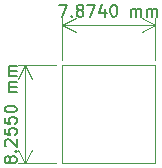
<source format=gbr>
%TF.GenerationSoftware,KiCad,Pcbnew,7.0.9*%
%TF.CreationDate,2025-04-05T19:17:22-04:00*%
%TF.ProjectId,Pneumatactor_WiredPressureSensing,506e6575-6d61-4746-9163-746f725f5769,rev?*%
%TF.SameCoordinates,Original*%
%TF.FileFunction,Profile,NP*%
%FSLAX46Y46*%
G04 Gerber Fmt 4.6, Leading zero omitted, Abs format (unit mm)*
G04 Created by KiCad (PCBNEW 7.0.9) date 2025-04-05 19:17:22*
%MOMM*%
%LPD*%
G01*
G04 APERTURE LIST*
%TA.AperFunction,Profile*%
%ADD10C,0.100000*%
%TD*%
%ADD11C,0.150000*%
G04 APERTURE END LIST*
D10*
X37973000Y-31115000D02*
X45847000Y-31115000D01*
X45847000Y-39370000D01*
X37973000Y-39370000D01*
X37973000Y-31115000D01*
D11*
X37719524Y-25990819D02*
X38386190Y-25990819D01*
X38386190Y-25990819D02*
X37957619Y-26990819D01*
X38767143Y-26895580D02*
X38814762Y-26943200D01*
X38814762Y-26943200D02*
X38767143Y-26990819D01*
X38767143Y-26990819D02*
X38719524Y-26943200D01*
X38719524Y-26943200D02*
X38767143Y-26895580D01*
X38767143Y-26895580D02*
X38767143Y-26990819D01*
X39386190Y-26419390D02*
X39290952Y-26371771D01*
X39290952Y-26371771D02*
X39243333Y-26324152D01*
X39243333Y-26324152D02*
X39195714Y-26228914D01*
X39195714Y-26228914D02*
X39195714Y-26181295D01*
X39195714Y-26181295D02*
X39243333Y-26086057D01*
X39243333Y-26086057D02*
X39290952Y-26038438D01*
X39290952Y-26038438D02*
X39386190Y-25990819D01*
X39386190Y-25990819D02*
X39576666Y-25990819D01*
X39576666Y-25990819D02*
X39671904Y-26038438D01*
X39671904Y-26038438D02*
X39719523Y-26086057D01*
X39719523Y-26086057D02*
X39767142Y-26181295D01*
X39767142Y-26181295D02*
X39767142Y-26228914D01*
X39767142Y-26228914D02*
X39719523Y-26324152D01*
X39719523Y-26324152D02*
X39671904Y-26371771D01*
X39671904Y-26371771D02*
X39576666Y-26419390D01*
X39576666Y-26419390D02*
X39386190Y-26419390D01*
X39386190Y-26419390D02*
X39290952Y-26467009D01*
X39290952Y-26467009D02*
X39243333Y-26514628D01*
X39243333Y-26514628D02*
X39195714Y-26609866D01*
X39195714Y-26609866D02*
X39195714Y-26800342D01*
X39195714Y-26800342D02*
X39243333Y-26895580D01*
X39243333Y-26895580D02*
X39290952Y-26943200D01*
X39290952Y-26943200D02*
X39386190Y-26990819D01*
X39386190Y-26990819D02*
X39576666Y-26990819D01*
X39576666Y-26990819D02*
X39671904Y-26943200D01*
X39671904Y-26943200D02*
X39719523Y-26895580D01*
X39719523Y-26895580D02*
X39767142Y-26800342D01*
X39767142Y-26800342D02*
X39767142Y-26609866D01*
X39767142Y-26609866D02*
X39719523Y-26514628D01*
X39719523Y-26514628D02*
X39671904Y-26467009D01*
X39671904Y-26467009D02*
X39576666Y-26419390D01*
X40100476Y-25990819D02*
X40767142Y-25990819D01*
X40767142Y-25990819D02*
X40338571Y-26990819D01*
X41576666Y-26324152D02*
X41576666Y-26990819D01*
X41338571Y-25943200D02*
X41100476Y-26657485D01*
X41100476Y-26657485D02*
X41719523Y-26657485D01*
X42290952Y-25990819D02*
X42386190Y-25990819D01*
X42386190Y-25990819D02*
X42481428Y-26038438D01*
X42481428Y-26038438D02*
X42529047Y-26086057D01*
X42529047Y-26086057D02*
X42576666Y-26181295D01*
X42576666Y-26181295D02*
X42624285Y-26371771D01*
X42624285Y-26371771D02*
X42624285Y-26609866D01*
X42624285Y-26609866D02*
X42576666Y-26800342D01*
X42576666Y-26800342D02*
X42529047Y-26895580D01*
X42529047Y-26895580D02*
X42481428Y-26943200D01*
X42481428Y-26943200D02*
X42386190Y-26990819D01*
X42386190Y-26990819D02*
X42290952Y-26990819D01*
X42290952Y-26990819D02*
X42195714Y-26943200D01*
X42195714Y-26943200D02*
X42148095Y-26895580D01*
X42148095Y-26895580D02*
X42100476Y-26800342D01*
X42100476Y-26800342D02*
X42052857Y-26609866D01*
X42052857Y-26609866D02*
X42052857Y-26371771D01*
X42052857Y-26371771D02*
X42100476Y-26181295D01*
X42100476Y-26181295D02*
X42148095Y-26086057D01*
X42148095Y-26086057D02*
X42195714Y-26038438D01*
X42195714Y-26038438D02*
X42290952Y-25990819D01*
X43814762Y-26990819D02*
X43814762Y-26324152D01*
X43814762Y-26419390D02*
X43862381Y-26371771D01*
X43862381Y-26371771D02*
X43957619Y-26324152D01*
X43957619Y-26324152D02*
X44100476Y-26324152D01*
X44100476Y-26324152D02*
X44195714Y-26371771D01*
X44195714Y-26371771D02*
X44243333Y-26467009D01*
X44243333Y-26467009D02*
X44243333Y-26990819D01*
X44243333Y-26467009D02*
X44290952Y-26371771D01*
X44290952Y-26371771D02*
X44386190Y-26324152D01*
X44386190Y-26324152D02*
X44529047Y-26324152D01*
X44529047Y-26324152D02*
X44624286Y-26371771D01*
X44624286Y-26371771D02*
X44671905Y-26467009D01*
X44671905Y-26467009D02*
X44671905Y-26990819D01*
X45148095Y-26990819D02*
X45148095Y-26324152D01*
X45148095Y-26419390D02*
X45195714Y-26371771D01*
X45195714Y-26371771D02*
X45290952Y-26324152D01*
X45290952Y-26324152D02*
X45433809Y-26324152D01*
X45433809Y-26324152D02*
X45529047Y-26371771D01*
X45529047Y-26371771D02*
X45576666Y-26467009D01*
X45576666Y-26467009D02*
X45576666Y-26990819D01*
X45576666Y-26467009D02*
X45624285Y-26371771D01*
X45624285Y-26371771D02*
X45719523Y-26324152D01*
X45719523Y-26324152D02*
X45862380Y-26324152D01*
X45862380Y-26324152D02*
X45957619Y-26371771D01*
X45957619Y-26371771D02*
X46005238Y-26467009D01*
X46005238Y-26467009D02*
X46005238Y-26990819D01*
D10*
X45847000Y-30615000D02*
X45847000Y-27099580D01*
X37973000Y-30615000D02*
X37973000Y-27099580D01*
X45847000Y-27686000D02*
X37973000Y-27686000D01*
X45847000Y-27686000D02*
X37973000Y-27686000D01*
X45847000Y-27686000D02*
X44720496Y-28272421D01*
X45847000Y-27686000D02*
X44720496Y-27099579D01*
X37973000Y-27686000D02*
X39099504Y-27099579D01*
X37973000Y-27686000D02*
X39099504Y-28272421D01*
D11*
X33531390Y-39194880D02*
X33483771Y-39290118D01*
X33483771Y-39290118D02*
X33436152Y-39337737D01*
X33436152Y-39337737D02*
X33340914Y-39385356D01*
X33340914Y-39385356D02*
X33293295Y-39385356D01*
X33293295Y-39385356D02*
X33198057Y-39337737D01*
X33198057Y-39337737D02*
X33150438Y-39290118D01*
X33150438Y-39290118D02*
X33102819Y-39194880D01*
X33102819Y-39194880D02*
X33102819Y-39004404D01*
X33102819Y-39004404D02*
X33150438Y-38909166D01*
X33150438Y-38909166D02*
X33198057Y-38861547D01*
X33198057Y-38861547D02*
X33293295Y-38813928D01*
X33293295Y-38813928D02*
X33340914Y-38813928D01*
X33340914Y-38813928D02*
X33436152Y-38861547D01*
X33436152Y-38861547D02*
X33483771Y-38909166D01*
X33483771Y-38909166D02*
X33531390Y-39004404D01*
X33531390Y-39004404D02*
X33531390Y-39194880D01*
X33531390Y-39194880D02*
X33579009Y-39290118D01*
X33579009Y-39290118D02*
X33626628Y-39337737D01*
X33626628Y-39337737D02*
X33721866Y-39385356D01*
X33721866Y-39385356D02*
X33912342Y-39385356D01*
X33912342Y-39385356D02*
X34007580Y-39337737D01*
X34007580Y-39337737D02*
X34055200Y-39290118D01*
X34055200Y-39290118D02*
X34102819Y-39194880D01*
X34102819Y-39194880D02*
X34102819Y-39004404D01*
X34102819Y-39004404D02*
X34055200Y-38909166D01*
X34055200Y-38909166D02*
X34007580Y-38861547D01*
X34007580Y-38861547D02*
X33912342Y-38813928D01*
X33912342Y-38813928D02*
X33721866Y-38813928D01*
X33721866Y-38813928D02*
X33626628Y-38861547D01*
X33626628Y-38861547D02*
X33579009Y-38909166D01*
X33579009Y-38909166D02*
X33531390Y-39004404D01*
X34007580Y-38385356D02*
X34055200Y-38337737D01*
X34055200Y-38337737D02*
X34102819Y-38385356D01*
X34102819Y-38385356D02*
X34055200Y-38432975D01*
X34055200Y-38432975D02*
X34007580Y-38385356D01*
X34007580Y-38385356D02*
X34102819Y-38385356D01*
X33198057Y-37956785D02*
X33150438Y-37909166D01*
X33150438Y-37909166D02*
X33102819Y-37813928D01*
X33102819Y-37813928D02*
X33102819Y-37575833D01*
X33102819Y-37575833D02*
X33150438Y-37480595D01*
X33150438Y-37480595D02*
X33198057Y-37432976D01*
X33198057Y-37432976D02*
X33293295Y-37385357D01*
X33293295Y-37385357D02*
X33388533Y-37385357D01*
X33388533Y-37385357D02*
X33531390Y-37432976D01*
X33531390Y-37432976D02*
X34102819Y-38004404D01*
X34102819Y-38004404D02*
X34102819Y-37385357D01*
X33102819Y-36480595D02*
X33102819Y-36956785D01*
X33102819Y-36956785D02*
X33579009Y-37004404D01*
X33579009Y-37004404D02*
X33531390Y-36956785D01*
X33531390Y-36956785D02*
X33483771Y-36861547D01*
X33483771Y-36861547D02*
X33483771Y-36623452D01*
X33483771Y-36623452D02*
X33531390Y-36528214D01*
X33531390Y-36528214D02*
X33579009Y-36480595D01*
X33579009Y-36480595D02*
X33674247Y-36432976D01*
X33674247Y-36432976D02*
X33912342Y-36432976D01*
X33912342Y-36432976D02*
X34007580Y-36480595D01*
X34007580Y-36480595D02*
X34055200Y-36528214D01*
X34055200Y-36528214D02*
X34102819Y-36623452D01*
X34102819Y-36623452D02*
X34102819Y-36861547D01*
X34102819Y-36861547D02*
X34055200Y-36956785D01*
X34055200Y-36956785D02*
X34007580Y-37004404D01*
X33102819Y-35528214D02*
X33102819Y-36004404D01*
X33102819Y-36004404D02*
X33579009Y-36052023D01*
X33579009Y-36052023D02*
X33531390Y-36004404D01*
X33531390Y-36004404D02*
X33483771Y-35909166D01*
X33483771Y-35909166D02*
X33483771Y-35671071D01*
X33483771Y-35671071D02*
X33531390Y-35575833D01*
X33531390Y-35575833D02*
X33579009Y-35528214D01*
X33579009Y-35528214D02*
X33674247Y-35480595D01*
X33674247Y-35480595D02*
X33912342Y-35480595D01*
X33912342Y-35480595D02*
X34007580Y-35528214D01*
X34007580Y-35528214D02*
X34055200Y-35575833D01*
X34055200Y-35575833D02*
X34102819Y-35671071D01*
X34102819Y-35671071D02*
X34102819Y-35909166D01*
X34102819Y-35909166D02*
X34055200Y-36004404D01*
X34055200Y-36004404D02*
X34007580Y-36052023D01*
X33102819Y-34861547D02*
X33102819Y-34766309D01*
X33102819Y-34766309D02*
X33150438Y-34671071D01*
X33150438Y-34671071D02*
X33198057Y-34623452D01*
X33198057Y-34623452D02*
X33293295Y-34575833D01*
X33293295Y-34575833D02*
X33483771Y-34528214D01*
X33483771Y-34528214D02*
X33721866Y-34528214D01*
X33721866Y-34528214D02*
X33912342Y-34575833D01*
X33912342Y-34575833D02*
X34007580Y-34623452D01*
X34007580Y-34623452D02*
X34055200Y-34671071D01*
X34055200Y-34671071D02*
X34102819Y-34766309D01*
X34102819Y-34766309D02*
X34102819Y-34861547D01*
X34102819Y-34861547D02*
X34055200Y-34956785D01*
X34055200Y-34956785D02*
X34007580Y-35004404D01*
X34007580Y-35004404D02*
X33912342Y-35052023D01*
X33912342Y-35052023D02*
X33721866Y-35099642D01*
X33721866Y-35099642D02*
X33483771Y-35099642D01*
X33483771Y-35099642D02*
X33293295Y-35052023D01*
X33293295Y-35052023D02*
X33198057Y-35004404D01*
X33198057Y-35004404D02*
X33150438Y-34956785D01*
X33150438Y-34956785D02*
X33102819Y-34861547D01*
X34102819Y-33337737D02*
X33436152Y-33337737D01*
X33531390Y-33337737D02*
X33483771Y-33290118D01*
X33483771Y-33290118D02*
X33436152Y-33194880D01*
X33436152Y-33194880D02*
X33436152Y-33052023D01*
X33436152Y-33052023D02*
X33483771Y-32956785D01*
X33483771Y-32956785D02*
X33579009Y-32909166D01*
X33579009Y-32909166D02*
X34102819Y-32909166D01*
X33579009Y-32909166D02*
X33483771Y-32861547D01*
X33483771Y-32861547D02*
X33436152Y-32766309D01*
X33436152Y-32766309D02*
X33436152Y-32623452D01*
X33436152Y-32623452D02*
X33483771Y-32528213D01*
X33483771Y-32528213D02*
X33579009Y-32480594D01*
X33579009Y-32480594D02*
X34102819Y-32480594D01*
X34102819Y-32004404D02*
X33436152Y-32004404D01*
X33531390Y-32004404D02*
X33483771Y-31956785D01*
X33483771Y-31956785D02*
X33436152Y-31861547D01*
X33436152Y-31861547D02*
X33436152Y-31718690D01*
X33436152Y-31718690D02*
X33483771Y-31623452D01*
X33483771Y-31623452D02*
X33579009Y-31575833D01*
X33579009Y-31575833D02*
X34102819Y-31575833D01*
X33579009Y-31575833D02*
X33483771Y-31528214D01*
X33483771Y-31528214D02*
X33436152Y-31432976D01*
X33436152Y-31432976D02*
X33436152Y-31290119D01*
X33436152Y-31290119D02*
X33483771Y-31194880D01*
X33483771Y-31194880D02*
X33579009Y-31147261D01*
X33579009Y-31147261D02*
X34102819Y-31147261D01*
D10*
X37473000Y-31115000D02*
X34211580Y-31115000D01*
X37473000Y-39370000D02*
X34211580Y-39370000D01*
X34798000Y-31115000D02*
X34798000Y-39370000D01*
X34798000Y-31115000D02*
X34798000Y-39370000D01*
X34798000Y-31115000D02*
X35384421Y-32241504D01*
X34798000Y-31115000D02*
X34211579Y-32241504D01*
X34798000Y-39370000D02*
X34211579Y-38243496D01*
X34798000Y-39370000D02*
X35384421Y-38243496D01*
M02*

</source>
